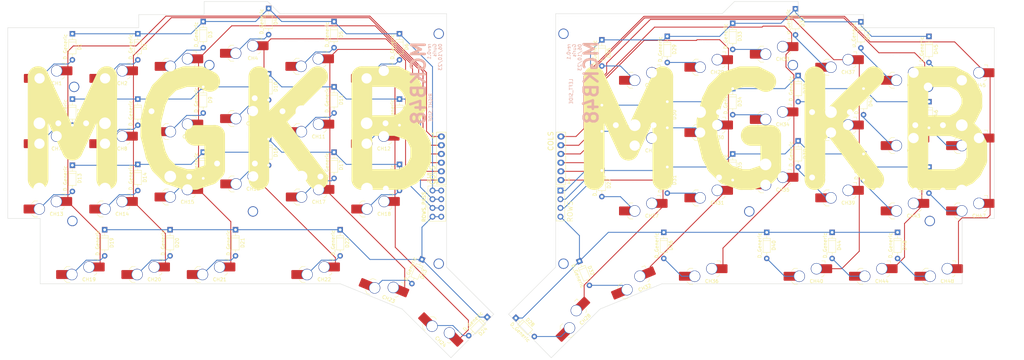
<source format=kicad_pcb>
(kicad_pcb (version 20221018) (generator pcbnew)
  (layers (0 "F.Cu" signal) (31 "B.Cu" signal) (34 "B.Paste" user) (35 "F.Paste" user) (36 "B.SilkS" user "B.Silkscreen") (37 "F.SilkS" user "F.Silkscreen") (38 "B.Mask" user) (39 "F.Mask" user) (44 "Edge.Cuts" user))
  (net 0 "")
  (net 1 "Net-(D1-A)")
  (net 2 "C1")
  (net 3 "C2")
  (net 4 "Net-(D2-A)")
  (net 5 "C3")
  (net 6 "Net-(D3-A)")
  (net 7 "C4")
  (net 8 "Net-(D4-A)")
  (net 9 "C5")
  (net 10 "Net-(D5-A)")
  (net 11 "C6")
  (net 12 "Net-(D6-A)")
  (net 13 "Net-(D7-A)")
  (net 14 "Net-(D8-A)")
  (net 15 "Net-(D9-A)")
  (net 16 "Net-(D10-A)")
  (net 17 "Net-(D11-A)")
  (net 18 "Net-(D12-A)")
  (net 19 "Net-(D13-A)")
  (net 20 "Net-(D14-A)")
  (net 21 "Net-(D15-A)")
  (net 22 "Net-(D16-A)")
  (net 23 "Net-(D17-A)")
  (net 24 "Net-(D18-A)")
  (net 25 "Net-(D19-A)")
  (net 26 "Net-(D20-A)")
  (net 27 "Net-(D21-A)")
  (net 28 "Net-(D22-A)")
  (net 29 "Net-(D23-A)")
  (net 30 "Net-(D24-A)")
  (net 31 "R1")
  (net 32 "R2")
  (net 33 "R3")
  (net 34 "R4")
  (net 35 "C7")
  (net 36 "Net-(D25-A)")
  (net 37 "Net-(D26-A)")
  (net 38 "Net-(D27-A)")
  (net 39 "Net-(D28-A)")
  (net 40 "C8")
  (net 41 "Net-(D29-A)")
  (net 42 "Net-(D30-A)")
  (net 43 "Net-(D31-A)")
  (net 44 "Net-(D32-A)")
  (net 45 "C9")
  (net 46 "Net-(D33-A)")
  (net 47 "Net-(D34-A)")
  (net 48 "Net-(D35-A)")
  (net 49 "Net-(D36-A)")
  (net 50 "C10")
  (net 51 "Net-(D37-A)")
  (net 52 "Net-(D38-A)")
  (net 53 "Net-(D39-A)")
  (net 54 "Net-(D40-A)")
  (net 55 "C11")
  (net 56 "Net-(D41-A)")
  (net 57 "Net-(D42-A)")
  (net 58 "Net-(D43-A)")
  (net 59 "Net-(D44-A)")
  (net 60 "C12")
  (net 61 "Net-(D45-A)")
  (net 62 "Net-(D46-A)")
  (net 63 "Net-(D47-A)")
  (net 64 "Net-(D48-A)")
  (net 65 "R1_PASS")
  (net 66 "R2_PASS")
  (net 67 "R3_PASS")
  (net 68 "R4_PASS")
  (footprint "PCM_4ms_Diode:D_DO-35_P7.62mm_Horizontal" (layer "F.Cu") (at 63.746 96.188 -90)
    (fp_text reference "D14")
    (fp_text value "D_Generic")
  )
  (footprint "PCM_4ms_Diode:D_DO-35_P7.62mm_Horizontal" (layer "F.Cu") (at 198.882 78.916 -90)
    (fp_text reference "D26")
    (fp_text value "D_Generic")
  )
  (footprint "PCM_4ms_Diode:D_DO-35_P7.62mm_Horizontal" (layer "F.Cu") (at 274.32 54.61 -90)
    (fp_text reference "D41")
    (fp_text value "D_Generic")
  )
  (footprint "PCM_4ms_Diode:D_DO-35_P7.62mm_Horizontal" (layer "F.Cu") (at 217.932 77.9 -90)
    (fp_text reference "D30")
    (fp_text value "D_Generic")
  )
  (footprint "PCM_marbastlib-choc:SW_choc_v1_HS_1u" (layer "F.Cu") (at 246.546 54.278)
    (fp_text reference "CH33")
    (fp_text value "choc_SW_HS" hide)
  )
  (footprint "PCM_marbastlib-choc:SW_choc_v1_HS_1u" (layer "F.Cu") (at 265.5996 77.136)
    (fp_text reference "CH38")
    (fp_text value "choc_SW_HS" hide)
  )
  (footprint "PCM_4ms_Diode:D_DO-35_P7.62mm_Horizontal" (layer "F.Cu") (at 63.746 58.088 -90)
    (fp_text reference "D2")
    (fp_text value "D_Generic")
  )
  (footprint "PCM_marbastlib-choc:SW_choc_v1_HS_1u" (layer "F.Cu") (at 111.3828 76.884)
    (fp_text reference "CH11")
    (fp_text value "choc_SW_HS" hide)
  )
  (footprint "PCM_4ms_Diode:D_DO-35_P7.62mm_Horizontal" (layer "F.Cu") (at 265.938 116 -90)
    (fp_text reference "D44")
    (fp_text value "D_Generic")
  )
  (footprint "PCM_marbastlib-choc:SW_choc_v1_HS_1u" (layer "F.Cu") (at 284.6496 99.994)
    (fp_text reference "CH43")
    (fp_text value "choc_SW_HS" hide)
  )
  (footprint "PCM_4ms_Diode:D_DO-35_P7.62mm_Horizontal" (layer "F.Cu") (at 92.194 115.238 -90)
    (fp_text reference "D21")
    (fp_text value "D_Generic")
  )
  (footprint "PCM_marbastlib-choc:SW_choc_v1_HS_1u" (layer "F.Cu") (at 130.3838 61.3392)
    (fp_text reference "CH6")
    (fp_text value "choc_SW_HS" hide)
  )
  (footprint "PCM_marbastlib-choc:SW_choc_v1_HS_1u" (layer "F.Cu") (at 134.974956 122.894725 -22.5)
    (fp_text reference "CH23")
    (fp_text value "choc_SW_HS" hide)
  )
  (footprint "PCM_marbastlib-choc:SW_choc_v1_HS_1u" (layer "F.Cu") (at 92.2448 54.024)
    (fp_text reference "CH4")
    (fp_text value "choc_SW_HS" hide)
  )
  (footprint "PCM_4ms_Diode:D_DO-35_P7.62mm_Horizontal" (layer "F.Cu") (at 54.094 115.238 -90)
    (fp_text reference "D19")
    (fp_text value "D_Generic")
  )
  (footprint "PCM_marbastlib-choc:SW_choc_v1_HS_1u" (layer "F.Cu") (at 35.0948 80.3892)
    (fp_text reference "CH7")
    (fp_text value "choc_SW_HS" hide)
  )
  (footprint "PCM_marbastlib-choc:SW_choc_v1_HS_1u" (layer "F.Cu") (at 265.5996 58.088)
    (fp_text reference "CH37")
    (fp_text value "choc_SW_HS" hide)
  )
  (footprint "PCM_4ms_Diode:D_DO-35_P7.62mm_Horizontal" (layer "F.Cu") (at 246.888 116 -90)
    (fp_text reference "D40")
    (fp_text value "D_Generic")
  )
  (footprint "PCM_4ms_Diode:D_DO-35_P7.62mm_Horizontal" (layer "F.Cu") (at 101.846 88.822 -90)
    (fp_text reference "D16")
    (fp_text value "D_Generic")
  )
  (footprint "PCM_marbastlib-choc:SW_choc_v1_HS_1u" (layer "F.Cu") (at 208.446 80.946)
    (fp_text reference "CH26")
    (fp_text value "choc_SW_HS" hide)
  )
  (footprint "PCM_marbastlib-choc:SW_choc_v1_HS_1u" (layer "F.Cu") (at 73.2338 76.8776)
    (fp_text reference "CH9")
    (fp_text value "choc_SW_HS" hide)
  )
  (footprint "PCM_4ms_Diode:D_DO-35_P7.62mm_Horizontal" (layer "F.Cu") (at 63.746 77.138 -90)
    (fp_text reference "D8")
    (fp_text value "D_Generic")
  )
  (footprint "PCM_4ms_Diode:D_DO-35_P7.62mm_Horizontal" (layer "F.Cu") (at 44.696 77.138 -90)
    (fp_text reference "D7")
    (fp_text value "D_Generic")
  )
  (footprint "PCM_marbastlib-choc:SW_choc_v1_HS_1u" (layer "F.Cu") (at 256.3776 119.0534)
    (fp_text reference "CH40")
    (fp_text value "choc_SW_HS" hide)
  )
  (footprint "PCM_4ms_Diode:D_DO-35_P7.62mm_Horizontal" (layer "F.Cu") (at 256.032 70.28 -90)
    (fp_text reference "D38")
    (fp_text value "D_Generic")
  )
  (footprint "PCM_marbastlib-choc:SW_choc_v1_HS_1u" (layer "F.Cu") (at 35.0576 99.4392)
    (fp_text reference "CH13")
    (fp_text value "choc_SW_HS" hide)
  )
  (footprint "PCM_4ms_Diode:D_DO-35_P7.62mm_Horizontal" (layer "F.Cu") (at 101.846 50.722 -90)
    (fp_text reference "D4")
    (fp_text value "D_Generic")
  )
  (footprint "PCM_4ms_Diode:D_DO-35_P7.62mm_Horizontal" (layer "F.Cu") (at 193.802 124.128 -67.5)
    (fp_text reference "D32")
    (fp_text value "D_Generic")
  )
  (footprint "PCM_4ms_Diode:D_DO-35_P7.62mm_Horizontal" (layer "F.Cu") (at 216.916 116 -90)
    (fp_text reference "D36")
    (fp_text value "D_Generic")
  )
  (footprint "PCM_4ms_Connector:Pins_1x06_2.54mm_TH_SWD" (layer "F.Cu") (at 186.944 90.6018 180)
    (fp_text reference "J3" hide)
    (fp_text value "COLS")
  )
  (footprint "PCM_4ms_Diode:D_DO-35_P7.62mm_Horizontal" (layer "F.Cu") (at 256.032 89.33 -90)
    (fp_text reference "D39")
    (fp_text value "D_Generic")
  )
  (footprint "PCM_marbastlib-choc:SW_choc_v1_HS_1u" (layer "F.Cu") (at 54.1838 80.3892)
    (fp_text reference "CH8")
    (fp_text value "choc_SW_HS" hide)
  )
  (footprint "PCM_marbastlib-choc:SW_choc_v1_HS_1u" (layer "F.Cu") (at 82.581 118.54)
    (fp_text reference "CH21")
    (fp_text value "choc_SW_HS" hide)
  )
  (footprint "PCM_marbastlib-choc:SW_choc_v1_HS_1u" (layer "F.Cu") (at 130.4718 99.4392)
    (fp_text reference "CH18")
    (fp_text value "choc_SW_HS" hide)
  )
  (footprint "PCM_4ms_Diode:D_DO-35_P7.62mm_Horizontal" (layer "F.Cu") (at 176.53 139.876 -45)
    (fp_text reference "D28")
    (fp_text value "D_Generic")
  )
  (footprint "PCM_4ms_Diode:D_DO-35_P7.62mm_Horizontal" (layer "F.Cu") (at 217.932 58.85 -90)
    (fp_text reference "D29")
    (fp_text value "D_Generic")
  )
  (footprint "PCM_4ms_Diode:D_DO-35_P7.62mm_Horizontal" (layer "F.Cu") (at 120.896 73.582 -90)
    (fp_text reference "D11")
    (fp_text value "D_Generic")
  )
  (footprint "PCM_marbastlib-choc:SW_choc_v1_HS_1u" (layer "F.Cu") (at 35.1338 61.3392)
    (fp_text reference "CH1")
    (fp_text value "choc_SW_HS" hide)
  )
  (footprint "PCM_4ms_Diode:D_DO-35_P7.62mm_Horizontal" (layer "F.Cu") (at 120.896 92.632 -90)
    (fp_text reference "D17")
    (fp_text value "D_Generic")
  )
  (footprint "PCM_marbastlib-choc:SW_choc_v1_HS_1u" (layer "F.Cu") (at 294.4776 119.046)
    (fp_text reference "CH48")
    (fp_text value "choc_SW_HS" hide)
  )
  (footprint "PCM_4ms_Connector:Pins_1x04_2.54mm_TH" (layer "F.Cu") (at 186.817 103.8098)
    (fp_text reference "J4" hide)
    (fp_text value "ROWS")
  )
  (footprint "PCM_4ms_Diode:D_DO-35_P7.62mm_Horizontal" (layer "F.Cu") (at 82.796 54.532 -90)
    (fp_text reference "D3")
    (fp_text value "D_Generic")
  )
  (footprint "PCM_marbastlib-choc:SW_choc_v1_HS_1u" (layer "F.Cu") (at 303.6996 99.994)
    (fp_text reference "CH47")
    (fp_text value "choc_SW_HS" hide)
  )
  (footprint "PCM_4ms_Diode:D_DO-35_P7.62mm_Horizontal" (layer "F.Cu") (at 101.846 69.772 -90)
    (fp_text reference "D10")
    (fp_text value "D_Generic")
  )
  (footprint "PCM_marbastlib-choc:SW_choc_v1_HS_1u" (layer "F.Cu") (at 54.2228 61.3392)
    (fp_text reference "CH2")
    (fp_text value "choc_SW_HS" hide)
  )
  (footprint "PCM_marbastlib-choc:SW_choc_v1_HS_1u" (layer "F.Cu") (at 203.909434 123.424917 22.5)
    (fp_text reference "CH32")
    (fp_text value "choc_SW_HS" hide)
  )
  (footprint "PCM_4ms_Connector:Pins_2x04_2.54mm_TH" (layer "F.Cu") (at 150.84 103.808)
    (fp_text reference "J1")
    (fp_text value "ROWS_PASS")
  )
  (footprint "PCM_marbastlib-choc:SW_choc_v1_HS_1u" (layer "F.Cu") (at 113.022 118.54)
    (fp_text reference "CH22")
    (fp_text value "choc_SW_HS" hide)
  )
  (footprint "PCM_marbastlib-choc:SW_choc_v1_HS_1u" (layer "F.Cu") (at 153.626847 135.337276 -45)
    (fp_text reference "CH24")
    (fp_text value "choc_SW_HS" hide)
  )
  (footprint "PCM_marbastlib-choc:SW_choc_v1_HS_1u" (layer "F.Cu") (at 265.5996 96.186)
    (fp_text reference "CH39")
    (fp_text value "choc_SW_HS" hide)
  )
  (footprint "PCM_marbastlib-choc:SW_choc_v1_HS_1u" (layer "F.Cu") (at 54.1838 99.4392)
    (fp_text reference "CH14")
    (fp_text value "choc_SW_HS" hide)
  )
  (footprint "PCM_4ms_Diode:D_DO-35_P7.62mm_Horizontal" (layer "F.Cu") (at 82.796 73.582 -90)
    (fp_text reference "D9")
    (fp_text value "D_Generic")
  )
  (footprint "PCM_4ms_Diode:D_DO-35_P7.62mm_Horizontal" (layer "F.Cu") (at 120.896 54.532 -90)
    (fp_text reference "D5")
    (fp_text value "D_Generic")
  )
  (footprint "PCM_marbastlib-choc:SW_choc_v1_HS_1u" (layer "F.Cu") (at 111.4218 95.934)
    (fp_text reference "CH17")
    (fp_text value "choc_SW_HS" hide)
  )
  (footprint "PCM_4ms_Diode:D_DO-35_P7.62mm_Horizontal" (layer "F.Cu") (at 145.026 123.62 -112.5)
    (fp_text reference "D23")
    (fp_text value "D_Generic")
  )
  (footprint "PCM_4ms_Diode:D_DO-35_P7.62mm_Horizontal" (layer "F.Cu") (at 255.27 50.8 -90)
    (fp_text reference "D37")
    (fp_text value "D_Generic")
  )
  (footprint "PCM_4ms_Diode:D_DO-35_P7.62mm_Horizontal" (layer "F.Cu") (at 236.982 93.14 -90)
    (fp_text reference "D35")
    (fp_text value "D_Generic")
  )
  (footprint "PCM_4ms_Diode:D_DO-35_P7.62mm_Horizontal" (layer "F.Cu") (at 275.082 74.09 -90)
    (fp_text reference "D42")
    (fp_text value "D_Generic")
  )
  (footprint "PCM_marbastlib-choc:SW_choc_v1_HS_1u" (layer "F.Cu") (at 284.6496 61.896)
    (fp_text reference "CH41")
    (fp_text value "choc_SW_HS" hide)
  )
  (footprint "PCM_marbastlib-choc:SW_choc_v1_HS_1u" (layer "F.Cu") (at 227.4952 96.186)
    (fp_text reference "CH31")
    (fp_text value "choc_SW_HS" hide)
  )
  (footprint "PCM_marbastlib-choc:SW_choc_v1_HS_1u" (layer "F.Cu") (at 246.546 92.376)
    (fp_text reference "CH35")
    (fp_text value "choc_SW_HS" hide)
  )
  (footprint "PCM_4ms_Diode:D_DO-35_P7.62mm_Horizontal" (layer "F.Cu") (at 217.932 96.95 -90)
    (fp_text reference "D31")
    (fp_text value "D_Generic")
  )
  (footprint "PCM_4ms_Diode:D_DO-35_P7.62mm_Horizontal" (layer "F.Cu") (at 294.132 77.9 -90)
    (fp_text reference "D46")
    (fp_text value "D_Generic")
  )
  (footprint "PCM_marbastlib-choc:SW_choc_v1_HS_1u" (layer "F.Cu") (at 303.6996 61.896)
    (fp_text reference "CH45")
    (fp_text value "choc_SW_HS" hide)
  )
  (footprint "PCM_marbastlib-choc:SW_choc_v1_HS_1u" (layer "F.Cu") (at 227.4952 77.136)
    (fp_text reference "CH30")
    (fp_text value "choc_SW_HS" hide)
  )
  (footprint "PCM_marbastlib-choc:SW_choc_v1_HS_1u" (layer "F.Cu") (at 208.446 61.898)
    (fp_text reference "CH25")
    (fp_text value "choc_SW_HS" hide)
  )
  (footprint "PCM_4ms_Diode:D_DO-35_P7.62mm_Horizontal" (layer "F.Cu") (at 294.132 96.95 -90)
    (fp_text reference "D47")
    (fp_text value "D_Generic")
  )
  (footprint "PCM_marbastlib-choc:SW_choc_v1_HS_1u" (layer "F.Cu") (at 246.546 73.326)
    (fp_text reference "CH34")
    (fp_text value "choc_SW_HS" hide)
  )
  (footprint "PCM_4ms_Diode:D_DO-35_P7.62mm_Horizontal" (layer "F.Cu") (at 44.696 96.442 -90)
    (fp_text reference "D13")
    (fp_text value "D_Generic")
  )
  (footprint "PCM_4ms_Diode:D_DO-35_P7.62mm_Horizontal" (layer "F.Cu") (at 122.674 115.238 -90)
    (fp_text reference "D22")
    (fp_text value "D_Generic")
  )
  (footprint "PCM_marbastlib-choc:SW_choc_v1_HS_1u" (layer "F.Cu") (at 73.1948 95.934)
    (fp_text reference "CH15")
    (fp_text value "choc_SW_HS" hide)
  )
  (footprint "PCM_4ms_Diode:D_DO-35_P7.62mm_Horizontal" (layer "F.Cu") (at 139.946 77.138 -90)
    (fp_text reference "D12")
    (fp_text value "D_Generic")
  )
  (footprint "PCM_marbastlib-choc:SW_choc_v1_HS_1u" (layer "F.Cu") (at 92.2838 73.074)
    (fp_text reference "CH10")
    (fp_text value "choc_SW_HS" hide)
  )
  (footprint "PCM_marbastlib-choc:SW_choc_v1_HS_1u" (layer "F.Cu") (at 44.53 118.54)
    (fp_text reference "CH19")
    (fp_text value "choc_SW_HS" hide)
  )
  (footprint "PCM_4ms_Diode:D_DO-35_P7.62mm_Horizontal" (layer "F.Cu") (at 73.144 115.238 -90)
    (fp_text reference "D20")
    (fp_text value "D_Generic")
  )
  (footprint "PCM_4ms_Diode:D_DO-35_P7.62mm_Horizontal" (layer "F.Cu") (at 236.982 55.04 -90)
    (fp_text reference "D33")
    (fp_text value "D_Generic")
  )
  (footprint "PCM_marbastlib-choc:SW_choc_v1_HS_1u" (layer "F.Cu") (at 63.531 118.54)
    (fp_text reference "CH20")
    (fp_text value "choc_SW_HS" hide)
  )
  (footprint "PCM_marbastlib-choc:SW_choc_v1_HS_1u" (layer "F.Cu") (at 284.6496 80.944)
    (fp_text reference "CH42")
    (fp_text value "choc_SW_HS" hide)
  )
  (footprint "PCM_marbastlib-choc:SW_choc_v1_HS_1u" (layer "F.Cu") (at 92.3328 92.124)
    (fp_text reference "CH16")
    (fp_text value "choc_SW_HS" hide)
  )
  (footprint "PCM_4ms_Diode:D_DO-35_P7.62mm_Horizontal" (layer "F.Cu") (at 198.882 59.866 -90)
    (fp_text reference "D25")
    (fp_text value "D_Generic")
  )
  (footprint "PCM_marbastlib-choc:SW_choc_v1_HS_1u" (layer "F.Cu") (at 227.4952 58.088)
    (fp_text reference "CH29")
    (fp_text value "choc_SW_HS" hide)
  )
  (footprint "PCM_marbastlib-choc:SW_choc_v1_HS_1u" (layer "F.Cu") (at 225.8958 119.048)
    (fp_text reference "CH36")
    (fp_text value "choc_SW_HS" hide)
  )
  (footprint "PCM_marbastlib-choc:SW_choc_v1_HS_1u" (layer "F.Cu") (at 73.2338 57.834)
    (fp_text reference "CH3")
    (fp_text value "choc_SW_HS" hide)
  )
  (footprint "PCM_4ms_Diode:D_DO-35_P7.62mm_Horizontal" (layer "F.Cu") (at 275.082 93.14 -90)
    (fp_text reference "D43")
    (fp_text value "D_Generic")
  )
  (footprint "PCM_4ms_Diode:D_DO-35_P7.62mm_Horizontal" (layer "F.Cu") (at 294.132 58.85 -90)
    (fp_text reference "D45")
    (fp_text value "D_Generic")
  )
  (footprint "PCM_marbastlib-choc:SW_choc_v1_HS_1u" (layer "F.Cu") (at 130.3838 80.3892)
    (fp_text reference "CH12")
    (fp_text value "choc_SW_HS" hide)
  )
  (footprint "PCM_4ms_Diode:D_DO-35_P7.62mm_Horizontal" (layer "F.Cu") (at 82.796 92.632 -90)
    (fp_text reference "D15")
    (fp_text value "D_Generic")
  )
  (footprint "PCM_marbastlib-choc:SW_choc_v1_HS_1u" (layer "F.Cu") (at 208.446 99.996)
    (fp_text reference "CH27")
    (fp_text value "choc_SW_HS" hide)
  )
  (footprint "PCM_4ms_Diode:D_DO-35_P7.62mm_Horizontal" (layer "F.Cu") (at 139.946 58.088 -90)
    (fp_text reference "D6")
    (fp_text value "D_Generic")
  )
  (footprint "PCM_4ms_Diode:D_DO-35_P7.62mm_Horizontal" (layer "F.Cu") (at 139.946 96.188 -90)
    (fp_text reference "D18")
    (fp_text value "D_Generic")
  )
  (footprint "PCM_marbastlib-choc:SW_choc_v1_HS_1u" (layer "F.Cu") (at 303.6996 80.944)
    (fp_text reference "CH46")
    (fp_text value "choc_SW_HS" hide)
  )
  (footprint "PCM_marbastlib-choc:SW_choc_v1_HS_1u" (layer "F.Cu") (at 185.254654 135.875445 45)
    (fp_text reference "CH28")
    (fp_text value "choc_SW_HS" hide)
  )
  (footprint "PCM_4ms_Connector:Pins_1x06_2.54mm_TH_SWD" (layer "F.Cu") (at 152.138 90.6)
    (fp_text reference "J2" hide)
    (fp_text value "COLS")
  )
  (footprint "PCM_4ms_Diode:D_DO-35_P7.62mm_Horizontal" (layer "F.Cu") (at 284.988 116 -90)
    (fp_text reference "D48")
    (fp_text value "D_Generic")
  )
  (footprint "PCM_4ms_Diode:D_DO-35_P7.62mm_Horizontal" (layer "F.Cu") (at 44.696 58.088 -90)
    (fp_text reference "D1")
    (fp_text value "D_Generic")
  )
  (footprint "PCM_4ms_Diode:D_DO-35_P7.62mm_Horizontal" (layer "F.Cu") (at 236.982 74.09 -90)
    (fp_text reference "D34")
    (fp_text value "D_Generic")
  )
  (footprint "PCM_4ms_Diode:D_DO-35_P7.62mm_Horizontal" (layer "F.Cu") (at 162.806 139.622 -135)
    (fp_text reference "D24")
    (fp_text value "D_Generic")
  )
  (footprint "PCM_marbastlib-choc:SW_choc_v1_HS_1u" (layer "F.Cu") (at 275.4276 119.046)
    (fp_text reference "CH44")
    (fp_text value "choc_SW_HS" hide)
  )
  (footprint "PCM_4ms_Diode:D_DO-35_P7.62mm_Horizontal" (layer "F.Cu") (at 198.882 97.966 -90)
    (fp_text reference "D27")
    (fp_text value "D_Generic")
  )
  (footprint "PCM_marbastlib-choc:SW_choc_v1_HS_1u" (layer "F.Cu") (at 111.2948 57.834)
    (fp_text reference "CH5")
    (fp_text value "choc_SW_HS" hide)
  )
  (gr_line (start 237.49 44.88) (end 256.032 44.88) (stroke (width 0.1)) (layer "Edge.Cuts"))
  (gr_line (start 83.05 44.88) (end 83.05 48.69) (stroke (width 0.1)) (layer "Edge.Cuts"))
  (gr_line (start 185.42 48.436) (end 232.664 48.436) (stroke (width 0.1)) (layer "Edge.Cuts"))
  (gr_line (start 140.708 134.542) (end 154.932 148.766) (stroke (width 0.1)) (layer "Edge.Cuts"))
  (gr_line (start 25.9 52.5) (end 25.9 108.126) (stroke (width 0.1)) (layer "Edge.Cuts"))
  (gr_line (start 101.592 44.88) (end 83.05 44.88) (stroke (width 0.1)) (layer "Edge.Cuts"))
  (gr_line (start 185.42 122.35) (end 185.42 48.436) (stroke (width 0.1)) (layer "Edge.Cuts"))
  (gr_line (start 313.182 52.5) (end 313.182 108.126) (stroke (width 0.1)) (layer "Edge.Cuts"))
  (gr_line (start 105.402 48.436) (end 105.148 48.436) (stroke (width 0.1)) (layer "Edge.Cuts"))
  (gr_line (start 233.934 48.436) (end 237.49 44.88) (stroke (width 0.1)) (layer "Edge.Cuts"))
  (gr_line (start 105.148 48.436) (end 101.592 44.88) (stroke (width 0.1)) (layer "Edge.Cuts"))
  (gr_line (start 184.15 148.766) (end 171.704 136.066) (stroke (width 0.1)) (layer "Edge.Cuts"))
  (gr_line (start 106.418 48.436) (end 105.402 48.436) (stroke (width 0.1)) (layer "Edge.Cuts"))
  (gr_line (start 275.082 52.5) (end 313.182 52.5) (stroke (width 0.1)) (layer "Edge.Cuts"))
  (gr_line (start 216.408 127.176) (end 198.374 134.542) (stroke (width 0.1)) (layer "Edge.Cuts"))
  (gr_line (start 313.182 108.126) (end 303.784 108.126) (stroke (width 0.1)) (layer "Edge.Cuts"))
  (gr_line (start 256.032 44.88) (end 256.032 48.69) (stroke (width 0.1)) (layer "Edge.Cuts"))
  (gr_line (start 64 48.69) (end 64 52.5) (stroke (width 0.1)) (layer "Edge.Cuts"))
  (gr_line (start 171.704 136.066) (end 185.42 122.35) (stroke (width 0.1)) (layer "Edge.Cuts"))
  (gr_line (start 232.664 48.436) (end 233.68 48.436) (stroke (width 0.1)) (layer "Edge.Cuts"))
  (gr_line (start 153.662 122.35) (end 153.662 48.436) (stroke (width 0.1)) (layer "Edge.Cuts"))
  (gr_line (start 275.082 48.69) (end 275.082 52.5) (stroke (width 0.1)) (layer "Edge.Cuts"))
  (gr_line (start 303.784 108.126) (end 303.784 127.176) (stroke (width 0.1)) (layer "Edge.Cuts"))
  (gr_line (start 167.378 136.066) (end 153.662 122.35) (stroke (width 0.1)) (layer "Edge.Cuts"))
  (gr_line (start 83.05 48.69) (end 64 48.69) (stroke (width 0.1)) (layer "Edge.Cuts"))
  (gr_line (start 198.374 134.542) (end 184.15 148.766) (stroke (width 0.1)) (layer "Edge.Cuts"))
  (gr_line (start 154.932 148.766) (end 167.378 136.066) (stroke (width 0.1)) (layer "Edge.Cuts"))
  (gr_line (start 303.784 127.176) (end 216.408 127.176) (stroke (width 0.1)) (layer "Edge.Cuts"))
  (gr_line (start 233.68 48.436) (end 233.934 48.436) (stroke (width 0.1)) (layer "Edge.Cuts"))
  (gr_line (start 122.674 127.176) (end 140.708 134.542) (stroke (width 0.1)) (layer "Edge.Cuts"))
  (gr_line (start 64 52.5) (end 25.9 52.5) (stroke (width 0.1)) (layer "Edge.Cuts"))
  (gr_line (start 256.032 48.69) (end 275.082 48.69) (stroke (width 0.1)) (layer "Edge.Cuts"))
  (gr_line (start 25.9 108.126) (end 35.298 108.126) (stroke (width 0.1)) (layer "Edge.Cuts"))
  (gr_line (start 35.298 108.126) (end 35.298 127.176) (stroke (width 0.1)) (layer "Edge.Cuts"))
  (gr_line (start 153.662 48.436) (end 106.418 48.436) (stroke (width 0.1)) (layer "Edge.Cuts"))
  (gr_line (start 35.298 127.176) (end 122.674 127.176) (stroke (width 0.1)) (layer "Edge.Cuts"))
  (gr_text "LEFT_SIDE" (at 190.5 67.31 90) (layer "B.SilkS") (effects (font (size 1 1)) (justify left bottom mirror)))
  (gr_text "MGKB48" (at 198.12 55.88 90) (layer "B.SilkS") (effects (font (size 4 4) (thickness 0.75)) (justify left bottom mirror)))
  (gr_text "rev0.1\nGuris\n06/10/23\n" (at 193.04 57.15 90) (layer "B.SilkS") (effects (font (size 1 1)) (justify left bottom mirror)))
  (gr_text "rev0.1\nGuris\n06/10/23\n" (at 152.392 57.072 90) (layer "B.SilkS") (effects (font (size 1 1)) (justify left bottom mirror)))
  (gr_text "RIGHT_SIDE" (at 149.598 71.55 90) (layer "B.SilkS") (effects (font (size 1 1)) (justify left bottom mirror)))
  (gr_text "MGKB48" (at 147.82 56.056 90) (layer "B.SilkS") (effects (font (size 4 4) (thickness 0.75)) (justify left bottom mirror)))
  (gr_text "MGKB" (at 23.614 100.76) (layer "F.SilkS") (effects (font (size 30 30) (thickness 6) bold) (justify left bottom)))
  (gr_text "MGKB" (at 185.547 100.7872) (layer "F.SilkS") (effects (font (size 30 30) (thickness 6) bold) (justify left bottom)))
  (via (at 187.706 121.334) (size 3) (drill 2.5) (layers "F.Cu" "B.Cu") (net 0))
  (via (at 187.706 54.278) (size 3) (drill 2.5) (layers "F.Cu" "B.Cu") (net 0))
  (via (at 254.508 63.422) (size 3) (drill 2.5) (layers "F.Cu" "B.Cu") (net 0))
  (via (at 44.696 108.888) (size 3) (drill 2.5) (layers "F.Cu" "B.Cu") (net 0))
  (via (at 294.386 108.888) (size 3) (drill 2.5) (layers "F.Cu" "B.Cu") (net 0))
  (via (at 151.376 121.334) (size 3) (drill 2.5) (layers "F.Cu" "B.Cu") (net 0))
  (via (at 241.808 106.094) (size 3) (drill 2.5) (layers "F.Cu" "B.Cu") (net 0))
  (via (at 151.376 54.278) (size 3) (drill 2.5) (layers "F.Cu" "B.Cu") (net 0))
  (via (at 45.204 69.772) (size 3) (drill 2.5) (layers "F.Cu" "B.Cu") (net 0))
  (via (at 293.878 69.772) (size 3) (drill 2.5) (layers "F.Cu" "B.Cu") (net 0))
  (via (at 97.274 106.094) (size 3) (drill 2.5) (layers "F.Cu" "B.Cu") (net 0))
  (via (at 84.574 63.422) (size 3) (drill 2.5) (layers "F.Cu" "B.Cu") (net 0))
  (segment (start 35.1338 67.2892) (end 39.3088 63.1142) (width 0.25) (layer "B.Cu") (net 1))
  (segment (start 39.3088 63.1142) (end 43.4798 63.1142) (width 0.25) (layer "B.Cu") (net 1))
  (segment (start 43.4798 63.1142) (end 44.696 61.898) (width 0.25) (layer "B.Cu") (net 1))
  (segment (start 147.82 65.642538) (end 147.82 82.726) (width 0.25) (layer "F.Cu") (net 2))
  (segment (start 43.3788 65.0892) (end 43.3788 103.113) (width 0.25) (layer "F.Cu") (net 2))
  (segment (start 43.3788 103.113) (end 43.3026 103.1892) (width 0.25) (layer "F.Cu") (net 2))
  (segment (start 131.324462 49.147) (end 147.82 65.642538) (width 0.25) (layer "F.Cu") (net 2))
  (segment (start 52.775 112.6616) (end 52.775 122.29) (width 0.25) (layer "F.Cu") (net 2))
  (segment (start 43.3788 59.4052) (end 44.95 57.834) (width 0.25) (layer "F.Cu") (net 2))
  (segment (start 71.925 49.147) (end 131.324462 49.147) (width 0.25) (layer "F.Cu") (net 2))
  (segment (start 44.95 57.834) (end 63.238 57.834) (width 0.25) (layer "F.Cu") (net 2))
  (segment (start 43.3026 103.1892) (end 52.775 112.6616) (width 0.25) (layer "F.Cu") (net 2))
  (segment (start 147.82 82.726) (end 149.344 84.25) (width 0.25) (layer "F.Cu") (net 2))
  (segment (start 149.344 84.25) (end 152.138 84.25) (width 0.25) (layer "F.Cu") (net 2))
  (segment (start 43.3788 65.0892) (end 43.3788 59.4052) (width 0.25) (layer "F.Cu") (net 2))
  (segment (start 63.238 57.834) (end 71.925 49.147) (width 0.25) (layer "F.Cu") (net 2))
  (segment (start 62.4288 103.1892) (end 71.776 112.5364) (width 0.25) (layer "F.Cu") (net 3))
  (segment (start 62.4678 60.6362) (end 73.507 49.597) (width 0.25) (layer "F.Cu") (net 3))
  (segment (start 62.4678 103.1502) (end 62.4288 103.1892) (width 0.25) (layer "F.Cu") (net 3))
  (segment (start 146.804 65.262934) (end 146.804 85.266) (width 0.25) (layer "F.Cu") (net 3))
  (segment (start 73.507 49.597) (end 131.138066 49.597) (width 0.25) (layer "F.Cu") (net 3))
  (segment (start 71.776 112.5364) (end 71.776 122.29) (width 0.25) (layer "F.Cu") (net 3))
  (segment (start 146.804 85.266) (end 148.328 86.79) (width 0.25) (layer "F.Cu") (net 3))
  (segment (start 62.4678 65.0892) (end 62.4678 103.1502) (width 0.25) (layer "F.Cu") (net 3))
  (segment (start 148.328 86.79) (end 152.138 86.79) (width 0.25) (layer "F.Cu") (net 3))
  (segment (start 131.138066 49.597) (end 146.804 65.262934) (width 0.25) (layer "F.Cu") (net 3))
  (segment (start 62.4678 65.0892) (end 62.4678 60.6362) (width 0.25) (layer "F.Cu") (net 3))
  (segment (start 58.3978 63.1142) (end 62.5298 63.1142) (width 0.25) (layer "B.Cu") (net 4))
  (segment (start 54.2228 67.2892) (end 58.3978 63.1142) (width 0.25) (layer "B.Cu") (net 4))
  (segment (start 62.5298 63.1142) (end 63.746 61.898) (width 0.25) (layer "B.Cu") (net 4))
  (segment (start 91.1138 51.949) (end 81.4788 61.584) (width 0.25) (layer "F.Cu") (net 5))
  (segment (start 145.534 88.06) (end 145.534 64.62933) (width 0.25) (layer "F.Cu") (net 5))
  (segment (start 146.804 89.33) (end 145.534 88.06) (width 0.25) (layer "F.Cu") (net 5))
  (segment (start 81.4398 61.623) (end 81.4788 61.584) (width 0.25) (layer "F.Cu") (net 5))
  (segment (start 90.826 109.0702) (end 90.826 122.29) (width 0.25) (layer "F.Cu") (net 5))
  (segment (start 81.4398 99.684) (end 81.4398 61.623) (width 0.25) (layer "F.Cu") (net 5))
  (segment (start 81.4398 99.684) (end 90.826 109.0702) (width 0.25) (layer "F.Cu") (net 5))
  (segment (start 152.138 89.33) (end 146.804 89.33) (width 0.25) (layer "F.Cu") (net 5))
  (segment (start 132.85367 51.949) (end 91.1138 51.949) (width 0.25) (layer "F.Cu") (net 5))
  (segment (start 145.534 64.62933) (end 132.85367 51.949) (width 0.25) (layer "F.Cu") (net 5))
  (segment (start 73.2338 63.784) (end 77.9588 59.059) (width 0.25) (layer "B.Cu") (net 6))
  (segment (start 82.079 59.059) (end 82.796 58.342) (width 0.25) (layer "B.Cu") (net 6))
  (segment (start 77.9588 59.059) (end 82.079 59.059) (width 0.25) (layer "B.Cu") (net 6))
  (segment (start 143.756 90.346) (end 143.756 63.487726) (width 0.25) (layer "F.Cu") (net 7))
  (segment (start 143.756 63.487726) (end 136.027274 55.759) (width 0.25) (layer "F.Cu") (net 7))
  (segment (start 100.5778 95.874) (end 100.5778 98.863388) (width 0.25) (layer "F.Cu") (net 7))
  (segment (start 136.027274 55.759) (end 102.5048 55.759) (width 0.25) (layer "F.Cu") (net 7))
  (segment (start 145.28 91.87) (end 143.756 90.346) (width 0.25) (layer "F.Cu") (net 7))
  (segment (start 100.4898 95.786) (end 100.5778 95.874) (width 0.25) (layer "F.Cu") (net 7))
  (segment (start 102.5048 55.759) (end 100.4898 57.774) (width 0.25) (layer "F.Cu") (net 7))
  (segment (start 100.5778 98.863388) (end 121.267 119.552588) (width 0.25) (layer "F.Cu") (net 7))
  (segment (start 152.138 91.87) (end 145.28 91.87) (width 0.25) (layer "F.Cu") (net 7))
  (segment (start 100.4898 57.774) (end 100.4898 95.786) (width 0.25) (layer "F.Cu") (net 7))
  (segment (start 121.267 119.552588) (end 121.267 122.29) (width 0.25) (layer "F.Cu") (net 7))
  (segment (start 92.2448 59.974) (end 96.4198 55.799) (width 0.25) (layer "B.Cu") (net 8))
  (segment (start 100.579 55.799) (end 101.846 54.532) (width 0.25) (layer "B.Cu") (net 8))
  (segment (start 96.4198 55.799) (end 100.579 55.799) (width 0.25) (layer "B.Cu") (net 8))
  (segment (start 119.6668 100.984) (end 141.47 122.7872) (width 0.25) (layer "F.Cu") (net 9))
  (segment (start 138.481878 58.85) (end 121.971878 58.85) (width 0.25) (layer "F.Cu") (net 9))
  (segment (start 143.502 94.41) (end 141.724 92.632) (width 0.25) (layer "F.Cu") (net 9))
  (segment (start 141.724 92.632) (end 141.724 62.092122) (width 0.25) (layer "F.Cu") (net 9))
  (segment (start 121.971878 58.85) (end 119.5398 61.282078) (width 0.25) (layer "F.Cu") (net 9))
  (segment (start 119.6668 61.711) (end 119.5398 61.584) (width 0.25) (layer "F.Cu") (net 9))
  (segment (start 141.47 129.236001) (end 141.300987 129.405014) (width 0.25) (layer "F.Cu") (net 9))
  (segment (start 141.724 62.092122) (end 138.481878 58.85) (width 0.25) (layer "F.Cu") (net 9))
  (segment (start 152.138 94.41) (end 143.502 94.41) (width 0.25) (layer "F.Cu") (net 9))
  (segment (start 119.6668 99.684) (end 119.6668 61.711) (width 0.25) (layer "F.Cu") (net 9))
  (segment (start 119.5398 61.282078) (end 119.5398 61.584) (width 0.25) (layer "F.Cu") (net 9))
  (segment (start 119.6668 99.684) (end 119.6668 100.984) (width 0.25) (layer "F.Cu") (net 9))
  (segment (start 141.47 122.7872) (end 141.47 129.236001) (width 0.25) (layer "F.Cu") (net 9))
  (segment (start 111.2948 63.784) (end 115.4698 59.609) (width 0.25) (layer "B.Cu") (net 10))
  (segment (start 119.629 59.609) (end 120.896 58.342) (width 0.25) (layer "B.Cu") (net 10))
  (segment (start 115.4698 59.609) (end 119.629 59.609) (width 0.25) (layer "B.Cu") (net 10))
  (segment (start 138.7168 103.1892) (end 138.7168 116.5488) (width 0.25) (layer "F.Cu") (net 11))
  (segment (start 138.6288 65.0892) (end 138.6288 96.95) (width 0.25) (layer "F.Cu") (net 11))
  (segment (start 152.138 96.95) (end 138.6288 96.95) (width 0.25) (layer "F.Cu") (net 11))
  (segment (start 160.012 137.844) (end 160.012 140.614191) (width 0.25) (layer "F.Cu") (net 11))
  (segment (start 138.7168 116.5488) (end 160.012 137.844) (width 0.25) (layer "F.Cu") (net 11))
  (segment (start 138.6288 96.95) (end 138.6288 103.1012) (width 0.25) (layer "F.Cu") (net 11))
  (segment (start 138.6288 103.1012) (end 138.7168 103.1892) (width 0.25) (layer "F.Cu") (net 11))
  (segment (start 160.012 140.614191) (end 156.98373 143.642461) (width 0.25) (layer "F.Cu") (net 11))
  (segment (start 134.5588 63.1142) (end 138.7298 63.1142) (width 0.25) (layer "B.Cu") (net 12))
  (segment (start 130.3838 67.2892) (end 134.5588 63.1142) (width 0.25) (layer "B.Cu") (net 12))
  (segment (start 138.7298 63.1142) (end 139.946 61.898) (width 0.25) (layer "B.Cu") (net 12))
  (segment (start 35.0948 86.3392) (end 39.8198 81.6142) (width 0.25) (layer "B.Cu") (net 13))
  (segment (start 44.0298 81.6142) (end 44.696 80.948) (width 0.25) (layer "B.Cu") (net 13))
  (segment (start 39.8198 81.6142) (end 44.0298 81.6142) (width 0.25) (layer "B.Cu") (net 13))
  (segment (start 58.3588 82.1642) (end 62.5298 82.1642) (width 0.25) (layer "B.Cu") (net 14))
  (segment (start 62.5298 82.1642) (end 63.746 80.948) (width 0.25) (layer "B.Cu") (net 14))
  (segment (start 54.1838 86.3392) (end 58.3588 82.1642) (width 0.25) (layer "B.Cu") (net 14))
  (segment (start 73.2338 82.8276) (end 77.9588 78.1026) (width 0.25) (layer "B.Cu") (net 15))
  (segment (start 77.9588 78.1026) (end 82.0854 78.1026) (width 0.25) (layer "B.Cu") (net 15))
  (segment (start 82.0854 78.1026) (end 82.796 77.392) (width 0.25) (layer "B.Cu") (net 15))
  (segment (start 92.2838 79.024) (end 97.0088 74.299) (width 0.25) (layer "B.Cu") (net 16))
  (segment (start 101.129 74.299) (end 101.846 73.582) (width 0.25) (layer "B.Cu") (net 16))
  (segment (start 97.0088 74.299) (end 101.129 74.299) (width 0.25) (layer "B.Cu") (net 16))
  (segment (start 115.5578 78.659) (end 119.629 78.659) (width 0.25) (layer "B.Cu") (net 17))
  (segment (start 111.3828 82.834) (end 115.5578 78.659) (width 0.25) (layer "B.Cu") (net 17))
  (segment (start 119.629 78.659) (end 120.896 77.392) (width 0.25) (layer "B.Cu") (net 17))
  (segment (start 138.7298 82.1642) (end 139.946 80.948) (width 0.25) (layer "B.Cu") (net 18))
  (segment (start 134.5588 82.1642) (end 138.7298 82.1642) (width 0.25) (layer "B.Cu") (net 18))
  (segment (start 130.3838 86.3392) (end 134.5588 82.1642) (width 0.25) (layer "B.Cu") (net 18))
  (segment (start 39.2326 101.2142) (end 43.7338 101.2142) (width 0.25) (layer "B.Cu") (net 19))
  (segment (start 35.0576 105.3892) (end 39.2326 101.2142) (width 0.25) (layer "B.Cu") (net 19))
  (segment (start 43.7338 101.2142) (end 44.696 100.252) (width 0.25) (layer "B.Cu") (net 19))
  (segment (start 62.5298 101.2142) (end 63.746 99.998) (width 0.25) (layer "B.Cu") (net 20))
  (segment (start 58.3588 101.2142) (end 62.5298 101.2142) (width 0.25) (layer "B.Cu") (net 20))
  (segment (start 54.1838 105.3892) (end 58.3588 101.2142) (width 0.25) (layer "B.Cu") (net 20))
  (segment (start 77.3698 97.709) (end 81.529 97.709) (width 0.25) (layer "B.Cu") (net 21))
  (segment (start 73.1948 101.884) (end 77.3698 97.709) (width 0.25) (layer "B.Cu") (net 21))
  (segment (start 81.529 97.709) (end 82.796 96.442) (width 0.25) (layer "B.Cu") (net 21))
  (segment (start 92.3328 98.074) (end 96.5078 93.899) (width 0.25) (layer "B.Cu") (net 22))
  (segment (start 96.5078 93.899) (end 100.579 93.899) (width 0.25) (layer "B.Cu") (net 22))
  (segment (start 100.579 93.899) (end 101.846 92.632) (width 0.25) (layer "B.Cu") (net 22))
  (segment (start 111.4218 101.884) (end 116.1468 97.159) (width 0.25) (layer "B.Cu") (net 23))
  (segment (start 116.1468 97.159) (end 120.179 97.159) (width 0.25) (layer "B.Cu") (net 23))
  (segment (start 120.179 97.159) (end 120.896 96.442) (width 0.25) (layer "B.Cu") (net 23))
  (segment (start 138.7298 101.2142) (end 139.946 99.998) (width 0.25) (layer "B.Cu") (net 24))
  (segment (start 130.4718 105.3892) (end 134.6468 101.2142) (width 0.25) (layer "B.Cu") (net 24))
  (segment (start 134.6468 101.2142) (end 138.7298 101.2142) (width 0.25) (layer "B.Cu") (net 24))
  (segment (start 52.827 120.315) (end 54.094 119.048) (width 0.25) (layer "B.Cu") (net 25))
  (segment (start 48.705 120.315) (end 52.827 120.315) (width 0.25) (layer "B.Cu") (net 25))
  (segment (start 44.53 124.49) (end 48.705 120.315) (width 0.25) (layer "B.Cu") (net 25))
  (segment (start 67.706 120.315) (end 71.877 120.315) (width 0.25) (layer "B.Cu") (net 26))
  (segment (start 63.531 124.49) (end 67.706 120.315) (width 0.25) (layer "B.Cu") (net 26))
  (segment (start 71.877 120.315) (end 73.144 119.048) (width 0.25) (layer "B.Cu") (net 26))
  (segment (start 86.756 120.315) (end 90.927 120.315) (width 0.25) (layer "B.Cu") (net 27))
  (segment (start 90.927 120.315) (end 92.194 119.048) (width 0.25) (layer "B.Cu") (net 27))
  (segment (start 82.581 124.49) (end 86.756 120.315) (width 0.25) (layer "B.Cu") (net 27))
  (segment (start 113.022 124.49) (end 117.197 120.315) (width 0.25) (layer "B.Cu") (net 28))
  (segment (start 117.197 120.315) (end 121.407 120.315) (width 0.25) (layer "B.Cu") (net 28))
  (segment (start 121.407 120.315) (end 122.674 119.048) (width 0.25) (layer "B.Cu") (net 28))
  (segment (start 132.841697 128.282324) (end 134.935815 126.188206) (width 0.25) (layer "B.Cu") (net 29))
  (segment (start 142.616201 126.188206) (end 143.567976 127.139981) (width 0.25) (layer "B.Cu") (net 29))
  (segment (start 134.935815 126.188206) (end 142.616201 126.188206) (width 0.25) (layer "B.Cu") (net 29))
  (segment (start 158.450418 142.316077) (end 160.111923 142.316077) (width 0.25) (layer "B.Cu") (net 30))
  (segment (start 149.598 139.368) (end 155.502341 139.368) (width 0.25) (layer "B.Cu") (net 30))
  (segment (start 155.502341 139.368) (end 158.450418 142.316077) (width 0.25) (layer "B.Cu") (net 30))
  (segment (start 44.696 54.278) (end 63.746 54.278) (width 0.25) (layer "B.Cu") (net 31))
  (segment (start 149.57 99.998) (end 152.11 99.998) (width 0.25) (layer "B.Cu") (net 31))
  (segment (start 82.796 50.722) (end 98.036 50.722) (width 0.25) (layer "B.Cu") (net 31))
  (segment (start 120.896 50.722) (end 105.656 50.722) (width 0.25) (layer "B.Cu") (net 31))
  (segment (start 79.24 54.278) (end 82.796 50.722) (width 0.25) (layer "B.Cu") (net 31))
  (segment (start 139.946 54.278) (end 124.452 54.278) (width 0.25) (layer "B.Cu") (net 31))
  (segment (start 149.57 63.902) (end 149.57 99.998) (width 0.25) (layer "B.Cu") (net 31))
  (segment (start 124.452 54.278) (end 120.896 50.722) (width 0.25) (layer "B.Cu") (net 31))
  (segment (start 105.656 50.722) (end 101.846 46.912) (width 0.25) (layer "B.Cu") (net 31))
  (segment (start 63.746 54.278) (end 79.24 54.278) (width 0.25) (layer "B.Cu") (net 31))
  (segment (start 98.036 50.722) (end 101.846 46.912) (width 0.25) (layer "B.Cu") (net 31))
  (segment (start 139.946 54.278) (end 149.57 63.902) (width 0.25) (layer "B.Cu") (net 31))
  (segment (start 63.746 73.328) (end 79.24 73.328) (width 0.25) (layer "B.Cu") (net 32))
  (segment (start 98.036 69.772) (end 101.846 65.962) (width 0.25) (layer "B.Cu") (net 32))
  (segment (start 146.042 77.9) (end 146.042 99.01) (width 0.25) (layer "B.Cu") (net 32))
  (segment (start 139.946 73.328) (end 141.47 73.328) (width 0.25) (layer "B.Cu") (net 32))
  (segment (start 79.24 73.328) (end 82.796 69.772) (width 0.25) (layer "B.Cu") (net 32))
  (segment (start 82.796 69.772) (end 98.036 69.772) (width 0.25) (layer "B.Cu") (net 32))
  (segment (start 139.946 73.328) (end 124.452 73.328) (width 0.25) (layer "B.Cu") (net 32))
  (segment (start 105.656 69.772) (end 101.846 65.962) (width 0.25) (layer "B.Cu") (net 32))
  (segment (start 146.042 99.01) (end 149.57 102.538) (width 0.25) (layer "B.Cu") (net 32))
  (segment (start 120.896 69.772) (end 105.656 69.772) (width 0.25) (layer "B.Cu") (net 32))
  (segment (start 124.452 73.328) (end 120.896 69.772) (width 0.25) (layer "B.Cu") (net 32))
  (segment (start 141.47 73.328) (end 146.042 77.9) (width 0.25) (layer "B.Cu") (net 32))
  (segment (start 44.696 73.328) (end 63.746 73.328) (width 0.25) (layer "B.Cu") (net 32))
  (segment (start 152.11 102.538) (end 149.57 102.538) (width 0.25) (layer "B.Cu") (net 32))
  (segment (start 82.796 88.822) (end 98.036 88.822) (width 0.25) (layer "B.Cu") (net 33))
  (segment (start 44.696 92.632) (end 63.492 92.632) (width 0.25) (layer "B.Cu") (net 33))
  (segment (start 79.24 92.378) (end 82.796 88.822) (width 0.25) (layer "B.Cu") (net 33))
  (segment (start 105.656 88.822) (end 101.846 85.012) (width 0.25) (layer "B.Cu") (net 33))
  (segment (start 63.492 92.632) (end 63.746 92.378) (width 0.25) (layer "B.Cu") (net 33))
  (segment (start 98.036 88.822) (end 101.846 85.012) (width 0.25) (layer "B.Cu") (net 33))
  (segment (start 139.946 92.378) (end 124.452 92.378) (width 0.25) (layer "B.Cu") (net 33))
  (segment (start 63.746 92.378) (end 79.24 92.378) (width 0.25) (layer "B.Cu") (net 33))
  (segment (start 124.452 92.378) (end 120.896 88.822) (width 0.25) (layer "B.Cu") (net 33))
  (segment (start 149.57 105.078) (end 152.11 105.078) (width 0.25) (layer "B.Cu") (net 33))
  (segment (start 120.896 88.822) (end 105.656 88.822) (width 0.25) (layer "B.Cu") (net 33))
  (segment (start 139.946 95.454) (end 149.57 105.078) (width 0.25) (layer "B.Cu") (net 33))
  (segment (start 139.946 92.378) (end 139.946 95.454) (width 0.25) (layer "B.Cu") (net 33))
  (segment (start 146.484024 120.100019) (end 131.346019 120.100019) (width 0.25) (layer "B.Cu") (net 34))
  (segment (start 152.11 107.618) (end 149.57 107.618) (width 0.25) (layer "B.Cu") (net 34))
  (segment (start 165.500077 136.927923) (end 163.311928 136.927923) (width 0.25) (layer "B.Cu") (net 34))
  (segment (start 146.484024 120.100019) (end 146.484024 110.703976) (width 0.25) (layer "B.Cu") (net 34))
  (segment (start 131.346019 120.100019) (end 122.674 111.428) (width 0.25) (layer "B.Cu") (net 34))
  (segment (start 163.311928 136.927923) (end 146.484024 120.100019) (width 0.25) (layer "B.Cu") (net 34))
  (segment (start 146.484024 110.703976) (end 149.57 107.618) (width 0.25) (layer "B.Cu") (net 34))
  (segment (start 92.194 111.428) (end 122.674 111.428) (width 0.25) (layer "B.Cu") (net 34))
  (segment (start 54.094 111.428) (end 92.194 111.428) (width 0.25) (layer "B.Cu") (net 34))
  (segment (start 193.7364 132.697) (end 193.7364 127.5736) (width 0.25) (layer "F.Cu") (net 35))
  (segment (start 186.944 96.9518) (end 216.4878 96.9518) (width 0.25) (layer "F.Cu") (net 35))
  (segment (start 216.4878 96.9518) (end 216.691 97.155) (width 0.25) (layer "F.Cu") (net 35))
  (segment (start 216.691 84.696) (end 216.691 97.155) (width 0.25) (layer "F.Cu") (net 35))
  (segment (start 193.7364 127.5736) (end 216.691 104.619) (width 0.25) (layer "F.Cu") (net 35))
  (segment (start 216.691 104.619) (end 216.691 103.746) (width 0.25) (layer "F.Cu") (net 35))
  (segment (start 216.691 65.648) (end 216.691 84.696) (width 0.25) (layer "F.Cu") (net 35))
  (segment (start 216.691 97.155) (end 216.691 103.746) (width 0.25) (layer "F.Cu") (net 35))
  (segment (start 198.882 63.676) (end 204.274 63.676) (width 0.25) (layer "B.Cu") (net 36))
  (segment (start 204.274 63.676) (end 208.446 67.848) (width 0.25) (layer "B.Cu") (net 36))
  (segment (start 204.276 82.726) (end 208.446 86.896) (width 0.25) (layer "B.Cu") (net 37))
  (segment (start 198.882 82.726) (end 204.276 82.726) (width 0.25) (layer "B.Cu") (net 37))
  (segment (start 204.276 101.776) (end 208.446 105.946) (width 0.25) (layer "B.Cu") (net 38))
  (segment (start 198.882 101.776) (end 204.276 101.776) (width 0.25) (layer "B.Cu") (net 38))
  (segment (start 186.974592 142.570077) (end 189.461939 140.08273) (width 0.25) (layer "B.Cu") (net 39))
  (segment (start 179.224077 142.570077) (end 186.974592 142.570077) (width 0.25) (layer "B.Cu") (net 39))
  (segment (start 226.414354 56.234353) (end 226.635707 56.013) (width 0.25) (layer "F.Cu") (net 40))
  (segment (start 196.887254 70.522254) (end 211.175154 56.234353) (width 0.25) (layer "F.Cu") (net 40))
  (segment (start 235.7402 58.5752) (end 235.7402 61.838) (width 0.25) (layer "F.Cu") (net 40))
  (segment (start 195.1482 94.4118) (end 196.215 93.345) (width 0.25) (layer "F.Cu") (net 40))
  (segment (start 196.215 71.12) (end 196.289508 71.12) (width 0.25) (layer "F.Cu") (net 40))
  (segment (start 196.85 70.559507) (end 196.887254 70.522254) (width 0.25) (layer "F.Cu") (net 40))
  (segment (start 211.175154 56.234353) (end 226.414354 56.234353) (width 0.25) (layer "F.Cu") (net 40))
  (segment (start 196.215 93.345) (end 196.215 71.12) (width 0.25) (layer "F.Cu") (net 40))
  (segment (start 196.289508 71.12) (end 196.887254 70.522254) (width 0.25) (layer "F.Cu") (net 40))
  (segment (start 186.944 94.4118) (end 195.1482 94.4118) (width 0.25) (layer "F.Cu") (net 40))
  (segment (start 212.961884 122.180238) (end 235.206122 99.936) (width 0.25) (layer "F.Cu") (net 40))
  (segment (start 212.961884 123.73424) (end 212.961884 122.180238) (width 0.25) (layer "F.Cu") (net 40))
  (segment (start 233.178 56.013) (end 235.7402 58.5752) (width 0.25) (layer "F.Cu") (net 40))
  (segment (start 235.7402 61.838) (end 235.7402 99.936) (width 0.25) (layer "F.Cu") (net 40))
  (segment (start 226.635707 56.013) (end 233.178 56.013) (width 0.25) (layer "F.Cu") (net 40))
  (segment (start 235.206122 99.936) (end 235.7402 99.936) (width 0.25) (layer "F.Cu") (net 40))
  (segment (start 226.1172 62.66) (end 227.4952 64.038) (width 0.25) (layer "B.Cu") (net 41))
  (segment (start 217.932 62.66) (end 226.1172 62.66) (width 0.25) (layer "B.Cu") (net 41))
  (segment (start 226.1192 81.71) (end 227.4952 83.086) (width 0.25) (layer "B.Cu") (net 42))
  (segment (start 217.932 81.71) (end 226.1192 81.71) (width 0.25) (layer "B.Cu") (net 42))
  (segment (start 217.932 100.76) (end 226.1192 100.76) (width 0.25) (layer "B.Cu") (net 43))
  (segment (start 226.1192 100.76) (end 227.4952 102.136) (width 0.25) (layer "B.Cu") (net 43))
  (segment (start 195.260024 127.647981) (end 204.912381 127.647981) (width 0.25) (layer "B.Cu") (net 44))
  (segment (start 204.912381 127.647981) (end 206.1864 128.922) (width 0.25) (layer "B.Cu") (net 44))
  (segment (start 194.5132 91.8718) (end 195.58 90.805) (width 0.25) (layer "F.Cu") (net 45))
  (segment (start 234.1408 116.7762) (end 254.791 96.126) (width 0.25) (layer "F.Cu") (net 45))
  (segment (start 252.496 63.99094) (end 252.496 60.323) (width 0.25) (layer "F.Cu") (net 45))
  (segment (start 254.791 96.126) (end 254.791 66.28594) (width 0.25) (layer "F.Cu") (net 45))
  (segment (start 254.791 66.28594) (end 252.496 63.99094) (width 0.25) (layer "F.Cu") (net 45))
  (segment (start 254.145 54.12) (end 254.145 57.382) (width 0.25) (layer "F.Cu") (net 45))
  (segment (start 195.58 90.805) (end 195.58 70.996412) (width 0.25) (layer "F.Cu") (net 45))
  (segment (start 254.145 57.382) (end 254.791 58.028) (width 0.25) (layer "F.Cu") (net 45))
  (segment (start 252.496 60.323) (end 254.791 58.028) (width 0.25) (layer "F.Cu") (net 45))
  (segment (start 252.095 52.07) (end 254.145 54.12) (width 0.25) (layer "F.Cu") (net 45))
  (segment (start 245.819507 52.07) (end 252.095 52.07) (width 0.25) (layer "F.Cu") (net 45))
  (segment (start 245.534507 52.355) (end 245.819507 52.07) (width 0.25) (layer "F.Cu") (net 45))
  (segment (start 195.58 70.996412) (end 214.221412 52.355) (width 0.25) (layer "F.Cu") (net 45))
  (segment (start 186.944 91.8718) (end 194.5132 91.8718) (width 0.25) (layer "F.Cu") (net 45))
  (segment (start 214.221412 52.355) (end 245.534507 52.355) (width 0.25) (layer "F.Cu") (net 45))
  (segment (start 234.1408 122.798) (end 234.1408 116.7762) (width 0.25) (layer "F.Cu") (net 45))
  (segment (start 236.982 58.85) (end 245.168 58.85) (width 0.25) (layer "B.Cu") (net 46))
  (segment (start 245.168 58.85) (end 246.546 60.228) (width 0.25) (layer "B.Cu") (net 46))
  (segment (start 236.982 77.9) (end 245.17 77.9) (width 0.25) (layer "B.Cu") (net 47))
  (segment (start 245.17 77.9) (end 246.546 79.276) (width 0.25) (layer "B.Cu") (net 47))
  (segment (start 245.17 96.95) (end 246.546 98.326) (width 0.25) (layer "B.Cu") (net 48))
  (segment (start 236.982 96.95) (end 245.17 96.95) (width 0.25) (layer "B.Cu") (net 48))
  (segment (start 216.916 119.81) (end 222.104 124.998) (width 0.25) (layer "B.Cu") (net 49))
  (segment (start 222.104 124.998) (end 225.8958 124.998) (width 0.25) (layer "B.Cu") (net 49))
  (segment (start 200.280008 62.83158) (end 200.280008 65.660008) (width 0.25) (layer "F.Cu") (net 50))
  (segment (start 268.735707 122.8034) (end 264.6226 122.8034) (width 0.25) (layer "F.Cu") (net 50))
  (segment (start 273.8446 61.838) (end 266.415107 61.838) (width 0.25) (layer "F.Cu") (net 50))
  (segment (start 266.415107 61.838) (end 254.682107 50.105) (width 0.25) (layer "F.Cu") (net 50))
  (segment (start 213.006588 50.105) (end 200.280008 62.83158) (width 0.25) (layer "F.Cu") (net 50))
  (segment (start 194.945 86.995) (end 192.6082 89.3318) (width 0.25) (layer "F.Cu") (net 50))
  (segment (start 273.8446 99.936) (end 273.8446 117.694507) (width 0.25) (layer "F.Cu") (net 50))
  (segment (start 192.6082 89.3318) (end 186.944 89.3318) (width 0.25) (layer "F.Cu") (net 50))
  (segment (start 273.8446 61.838) (end 273.8446 99.936) (width 0.25) (layer "F.Cu") (net 50))
  (segment (start 194.945 70.995016) (end 194.945 86.995) (width 0.25) (layer "F.Cu") (net 50))
  (segment (start 273.8446 117.694507) (end 268.735707 122.8034) (width 0.25) (layer "F.Cu") (net 50))
  (segment (start 200.280008 65.660008) (end 194.945 70.995016) (width 0.25) (layer "F.Cu") (net 50))
  (segment (start 254.682107 50.105) (end 213.006588 50.105) (width 0.25) (layer "F.Cu") (net 50))
  (segment (start 255.27 54.61) (end 255.27 55.41) (width 0.25) (layer "B.Cu") (net 51))
  (segment (start 255.27 55.41) (end 263.898 64.038) (width 0.25) (layer "B.Cu") (net 51))
  (segment (start 263.898 64.038) (end 265.5996 64.038) (width 0.25) (layer "B.Cu") (net 51))
  (segment (start 265.5996 80.903588) (end 265.5996 83.086) (width 0.25) (layer "B.Cu") (net 52))
  (segment (start 256.032 74.09) (end 258.786012 74.09) (width 0.25) (layer "B.Cu") (net 52))
  (segment (start 258.786012 74.09) (end 265.5996 80.903588) (width 0.25) (layer "B.Cu") (net 52))
  (segment (start 256.032 93.94) (end 264.228 102.136) (width 0.25) (layer "B.Cu") (net 53))
  (segment (start 256.032 93.14) (end 256.032 93.94) (width 0.25) (layer "B.Cu") (net 53))
  (segment (start 264.228 102.136) (end 265.5996 102.136) (width 0.25) (layer "B.Cu") (net 53))
  (segment (start 252.0814 125.0034) (end 256.3776 125.0034) (width 0.25) (layer "B.Cu") (net 54))
  (segment (start 246.888 119.81) (end 252.0814 125.0034) (width 0.25) (layer "B.Cu") (net 54))
  (segment (start 279.531 59.821) (end 289.963 59.821) (width 0.25) (layer "F.Cu") (net 55))
  (segment (start 292.8946 103.744) (end 287.02 109.6186) (width 0.25) (layer "F.Cu") (net 55))
  (segment (start 292.8946 62.7526) (end 292.8946 65.646) (width 0.25) (layer "F.Cu") (net 55))
  (segment (start 287.02 119.4486) (end 283.6726 122.796) (width 0.25) (layer "F.Cu") (net 55))
  (segment (start 186.944 86.7918) (end 192.1582 86.7918) (width 0.25) (layer "F.Cu") (net 55))
  (segment (start 289.963 59.821) (end 292.8946 62.7526) (width 0.25) (layer "F.Cu") (net 55))
  (segment (start 287.02 109.6186) (end 287.02 119.4486) (width 0.25) (layer "F.Cu") (net 55))
  (segment (start 292.053 102.9024) (end 292.8946 103.744) (width 0.25) (layer "F.Cu") (net 55))
  (segment (start 292.053 66.4876) (end 292.053 102.9024) (width 0.25) (layer "F.Cu") (net 55))
  (segment (start 192.1582 86.7918) (end 194.495 84.455) (width 0.25) (layer "F.Cu") (net 55))
  (segment (start 194.495 84.455) (end 194.495 66.479122) (width 0.25) (layer "F.Cu") (net 55))
  (segment (start 292.8946 65.646) (end 292.053 66.4876) (width 0.25) (layer "F.Cu") (net 55))
  (segment (start 269.365 49.655) (end 279.531 59.821) (width 0.25) (layer "F.Cu") (net 55))
  (segment (start 194.495 66.479122) (end 211.319122 49.655) (width 0.25) (layer "F.Cu") (net 55))
  (segment (start 211.319122 49.655) (end 269.365 49.655) (width 0.25) (layer "F.Cu") (net 55))
  (segment (start 274.32 58.42) (end 274.32 59.22) (width 0.25) (layer "B.Cu") (net 56))
  (segment (start 274.32 59.22) (end 282.946 67.846) (width 0.25) (layer "B.Cu") (net 56))
  (segment (start 282.946 67.846) (end 284.6496 67.846) (width 0.25) (layer "B.Cu") (net 56))
  (segment (start 283.276 86.894) (end 284.6496 86.894) (width 0.25) (layer "B.Cu") (net 57))
  (segment (start 275.082 77.9) (end 275.082 78.7) (width 0.25) (layer "B.Cu") (net 57))
  (segment (start 275.082 78.7) (end 283.276 86.894) (width 0.25) (layer "B.Cu") (net 57))
  (segment (start 275.082 96.95) (end 275.082 97.75) (width 0.25) (layer "B.Cu") (net 58))
  (segment (start 275.082 97.75) (end 283.276 105.944) (width 0.25) (layer "B.Cu") (net 58))
  (segment (start 283.276 105.944) (end 284.6496 105.944) (width 0.25) (layer "B.Cu") (net 58))
  (segment (start 265.938 119.81) (end 271.124 124.996) (width 0.25) (layer "B.Cu") (net 59))
  (segment (start 271.124 124.996) (end 275.4276 124.996) (width 0.25) (layer "B.Cu") (net 59))
  (segment (start 276.997796 56.6514) (end 269.551396 49.205) (width 0.25) (layer "F.Cu") (net 60))
  (segment (start 311.9446 65.646) (end 311.9446 103.744) (width 0.25) (layer "F.Cu") (net 60))
  (segment (start 310.6196 65.646) (end 301.625 56.6514) (width 0.25) (layer "F.Cu") (net 60))
  (segment (start 303.783223 107.95) (end 302.7226 109.010623) (width 0.25) (layer "F.Cu") (net 60))
  (segment (start 191.3382 84.2518) (end 186.944 84.2518) (width 0.25) (layer "F.Cu") (net 60))
  (segment (start 193.675 66.662726) (end 193.675 81.915) (width 0.25) (layer "F.Cu") (net 60))
  (segment (start 311.9446 103.744) (end 311.9446 107.1554) (width 0.25) (layer "F.Cu") (net 60))
  (segment (start 302.7226 109.010623) (end 302.7226 122.796) (width 0.25) (layer "F.Cu") (net 60))
  (segment (start 269.551396 49.205) (end 211.132726 49.205) (width 0.25) (layer "F.Cu") (net 60))
  (segment (start 211.132726 49.205) (end 193.675 66.662726) (width 0.25) (layer "F.Cu") (net 60))
  (segment (start 311.15 107.95) (end 303.783223 107.95) (width 0.25) (layer "F.Cu") (net 60))
  (segment (start 193.675 81.915) (end 191.3382 84.2518) (width 0.25) (layer "F.Cu") (net 60))
  (segment (start 301.625 56.6514) (end 276.997796 56.6514) (width 0.25) (layer "F.Cu") (net 60))
  (segment (start 311.9446 107.1554) (end 311.15 107.95) (width 0.25) (layer "F.Cu") (net 60))
  (segment (start 311.9446 65.646) (end 310.6196 65.646) (width 0.25) (layer "F.Cu") (net 60))
  (segment (start 299.318 67.846) (end 303.6996 67.846) (width 0.25) (layer "B.Cu") (net 61))
  (segment (start 294.132 62.66) (end 299.318 67.846) (width 0.25) (layer "B.Cu") (net 61))
  (segment (start 294.132 81.71) (end 299.316 86.894) (width 0.25) (layer "B.Cu") (net 62))
  (segment (start 299.316 86.894) (end 303.6996 86.894) (width 0.25) (layer "B.Cu") (net 62))
  (segment (start 299.316 105.944) (end 303.6996 105.944) (width 0.25) (layer "B.Cu") (net 63))
  (segment (start 294.132 100.76) (end 299.316 105.944) (width 0.25) (layer "B.Cu") (net 63))
  (segment (start 290.174 124.996) (end 294.4776 124.996) (width 0.25) (layer "B.Cu") (net 64))
  (segment (start 284.988 119.81) (end 290.174 124.996) (width 0.25) (layer "B.Cu") (net 64))
  (segment (start 294.132 55.04) (end 277.445223 55.04) (width 0.25) (layer "B.Cu") (net 65))
  (segment (start 257.965223 50.8) (end 274.32 50.8) (width 0.25) (layer "B.Cu") (net 65))
  (segment (start 195.58 92.71) (end 195.58 59.358) (width 0.25) (layer "B.Cu") (net 65))
  (segment (start 188.2902 99.9998) (end 195.58 92.71) (width 0.25) (layer "B.Cu") (net 65))
  (segment (start 217.932 55.04) (end 233.172 55.04) (width 0.25) (layer "B.Cu") (net 65))
  (segment (start 216.916 56.056) (end 217.932 55.04) (width 0.25) (layer "B.Cu") (net 65))
  (segment (start 255.27 46.99) (end 255.27 48.104777) (width 0.25) (layer "B.Cu") (net 65))
  (segment (start 233.172 55.04) (end 236.982 51.23) (width 0.25) (layer "B.Cu") (net 65))
  (segment (start 198.882 56.056) (end 216.916 56.056) (width 0.25) (layer "B.Cu") (net 65))
  (segment (start 277.445223 55.04) (end 274.32 51.914777) (width 0.25) (layer "B.Cu") (net 65))
  (segment (start 186.817 99.9998) (end 188.2902 99.9998) (width 0.25) (layer "B.Cu") (net 65))
  (segment (start 251.03 51.23) (end 255.27 46.99) (width 0.25) (layer "B.Cu") (net 65))
  (segment (start 274.32 51.914777) (end 274.32 50.8) (width 0.25) (layer "B.Cu") (net 65))
  (segment (start 195.58 59.358) (end 198.882 56.056) (width 0.25) (layer "B.Cu") (net 65))
  (segment (start 236.982 51.23) (end 251.03 51.23) (width 0.25) (layer "B.Cu") (net 65))
  (segment (start 255.27 48.104777) (end 257.965223 50.8) (width 0.25) (layer "B.Cu") (net 65))
  (segment (start 186.817 102.5398) (end 188.2902 102.5398) (width 0.25) (layer "B.Cu") (net 66))
  (segment (start 278.892 74.09) (end 275.082 70.28) (width 0.25) (layer "B.Cu") (net 66))
  (segment (start 294.132 74.09) (end 278.892 74.09) (width 0.25) (layer "B.Cu") (net 66))
  (segment (start 198.882 75.106) (end 216.916 75.106) (width 0.25) (layer "B.Cu") (net 66))
  (segment (start 275.082 70.28) (end 259.842 70.28) (width 0.25) (layer "B.Cu") (net 66))
  (segment (start 236.982 70.28) (end 252.222 70.28) (width 0.25) (layer "B.Cu") (net 66))
  (segment (start 252.222 70.28) (end 256.032 66.47) (width 0.25) (layer "B.Cu") (net 66))
  (segment (start 259.842 70.28) (end 256.032 66.47) (width 0.25) (layer "B.Cu") (net 66))
  (segment (start 196.85 77.138) (end 198.882 75.106) (width 0.25) (layer "B.Cu") (net 66))
  (segment (start 216.916 75.106) (end 217.932 74.09) (width 0.25) (layer "B.Cu") (net 66))
  (segment (start 233.172 74.09) (end 236.982 70.28) (width 0.25) (layer "B.Cu") (net 66))
  (segment (start 217.932 74.09) (end 233.172 74.09) (width 0.25) (layer "B.Cu") (net 66))
  (segment (start 188.2902 102.5398) (end 196.85 93.98) (width 0.25) (layer "B.Cu") (net 66))
  (segment (start 196.85 93.98) (end 196.85 77.138) (width 0.25) (layer "B.Cu") (net 66))
  (segment (start 294.132 93.14) (end 278.892 93.14) (width 0.25) (layer "B.Cu") (net 67))
  (segment (start 216.916 94.156) (end 217.932 93.14) (width 0.25) (layer "B.Cu") (net 67))
  (segment (start 278.892 93.14) (end 275.082 89.33) (width 0.25) (layer "B.Cu") (net 67))
  (segment (start 217.932 93.14) (end 233.172 93.14) (width 0.25) (layer "B.Cu") (net 67))
  (segment (start 233.172 93.14) (end 236.982 89.33) (width 0.25) (layer "B.Cu") (net 67))
  (segment (start 236.982 89.33) (end 252.222 89.33) (width 0.25) (layer "B.Cu") (net 67))
  (segment (start 198.882 94.156) (end 216.916 94.156) (width 0.25) (layer "B.Cu") (net 67))
  (segment (start 259.842 89.33) (end 256.032 85.52) (width 0.25) (layer "B.Cu") (net 67))
  (segment (start 252.222 89.33) (end 256.032 85.52) (width 0.25) (layer "B.Cu") (net 67))
  (segment (start 275.082 89.33) (end 259.842 89.33) (width 0.25) (layer "B.Cu") (net 67))
  (segment (start 187.9582 105.0798) (end 198.882 94.156) (width 0.25) (layer "B.Cu") (net 67))
  (segment (start 186.817 105.0798) (end 187.9582 105.0798) (width 0.25) (layer "B.Cu") (net 67))
  (segment (start 186.817 107.6198) (end 192.343976 113.146776) (width 0.25) (layer "B.Cu") (net 68))
  (segment (start 192.343976 120.608019) (end 200.761995 112.19) (width 0.25) (layer "B.Cu") (net 68))
  (segment (start 200.761995 112.19) (end 216.916 112.19) (width 0.25) (layer "B.Cu") (net 68))
  (segment (start 246.888 112.19) (end 265.938 112.19) (width 0.25) (layer "B.Cu") (net 68))
  (segment (start 175.770072 137.181923) (end 192.343976 120.608019) (width 0.25) (layer "B.Cu") (net 68))
  (segment (start 173.835923 137.181923) (end 175.770072 137.181923) (width 0.25) (layer "B.Cu") (net 68))
  (segment (start 192.343976 113.146776) (end 192.343976 120.608019) (width 0.25) (layer "B.Cu") (net 68))
  (segment (start 265.938 112.19) (end 284.988 112.19) (width 0.25) (layer "B.Cu") (net 68))
  (segment (start 216.916 112.19) (end 246.888 112.19) (width 0.25) (layer "B.Cu") (net 68))
)
</source>
